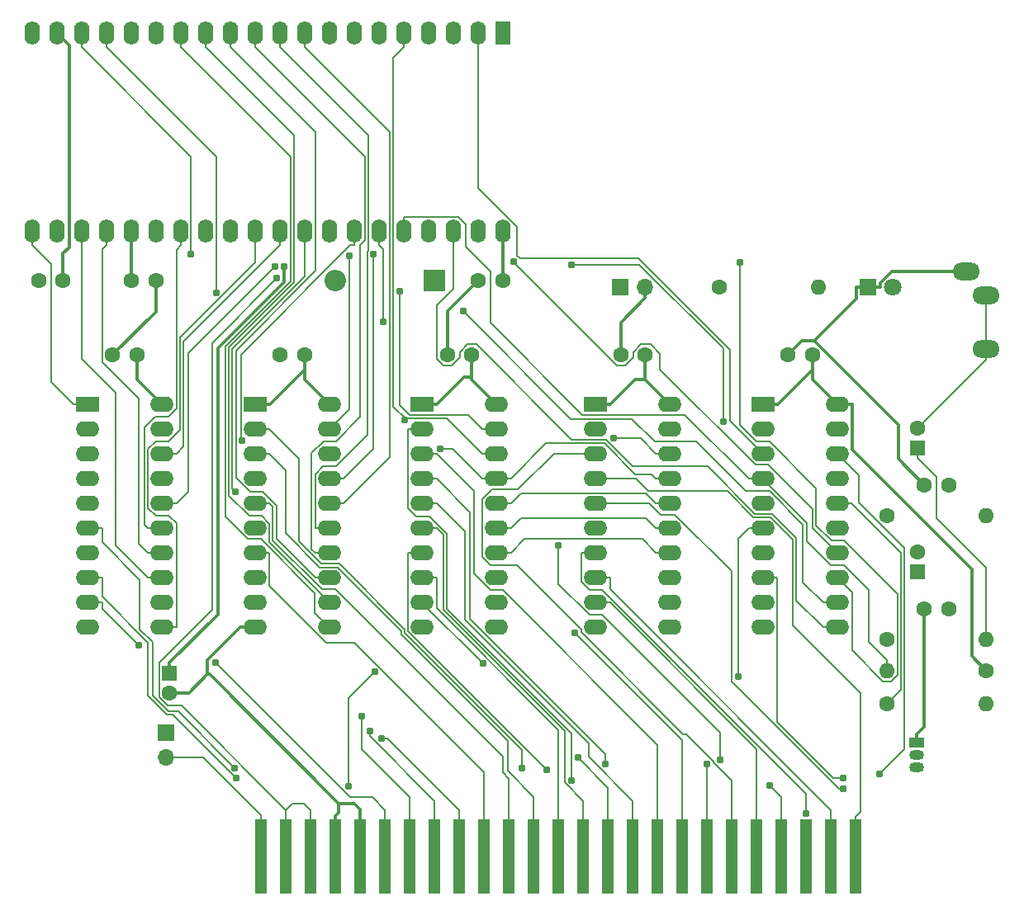
<source format=gbr>
%TF.GenerationSoftware,KiCad,Pcbnew,7.0.7*%
%TF.CreationDate,2023-10-27T21:04:05-07:00*%
%TF.ProjectId,WonrderTANG,576f6e72-6465-4725-9441-4e472e6b6963,rev?*%
%TF.SameCoordinates,Original*%
%TF.FileFunction,Copper,L2,Bot*%
%TF.FilePolarity,Positive*%
%FSLAX46Y46*%
G04 Gerber Fmt 4.6, Leading zero omitted, Abs format (unit mm)*
G04 Created by KiCad (PCBNEW 7.0.7) date 2023-10-27 21:04:05*
%MOMM*%
%LPD*%
G01*
G04 APERTURE LIST*
%TA.AperFunction,ComponentPad*%
%ADD10O,1.600000X1.600000*%
%TD*%
%TA.AperFunction,ComponentPad*%
%ADD11C,1.600000*%
%TD*%
%TA.AperFunction,ComponentPad*%
%ADD12R,1.600000X1.600000*%
%TD*%
%TA.AperFunction,ComponentPad*%
%ADD13R,2.200000X2.200000*%
%TD*%
%TA.AperFunction,ComponentPad*%
%ADD14O,2.200000X2.200000*%
%TD*%
%TA.AperFunction,ComponentPad*%
%ADD15R,2.400000X1.600000*%
%TD*%
%TA.AperFunction,ComponentPad*%
%ADD16O,2.400000X1.600000*%
%TD*%
%TA.AperFunction,ComponentPad*%
%ADD17R,1.700000X1.700000*%
%TD*%
%TA.AperFunction,ComponentPad*%
%ADD18O,1.700000X1.700000*%
%TD*%
%TA.AperFunction,ComponentPad*%
%ADD19O,2.800000X1.800000*%
%TD*%
%TA.AperFunction,SMDPad,CuDef*%
%ADD20R,1.270000X7.620000*%
%TD*%
%TA.AperFunction,ComponentPad*%
%ADD21O,1.600000X2.400000*%
%TD*%
%TA.AperFunction,ComponentPad*%
%ADD22R,1.600000X2.400000*%
%TD*%
%TA.AperFunction,ComponentPad*%
%ADD23R,1.800000X1.800000*%
%TD*%
%TA.AperFunction,ComponentPad*%
%ADD24C,1.800000*%
%TD*%
%TA.AperFunction,ComponentPad*%
%ADD25O,1.500000X1.050000*%
%TD*%
%TA.AperFunction,ComponentPad*%
%ADD26R,1.500000X1.050000*%
%TD*%
%TA.AperFunction,ViaPad*%
%ADD27C,0.787400*%
%TD*%
%TA.AperFunction,Conductor*%
%ADD28C,0.203200*%
%TD*%
%TA.AperFunction,Conductor*%
%ADD29C,0.304800*%
%TD*%
G04 APERTURE END LIST*
D10*
%TO.P,R5,2*%
%TO.N,Net-(Q1-B)*%
X155575000Y-124079000D03*
D11*
%TO.P,R5,1*%
%TO.N,/WAIT_SW*%
X145415000Y-124079000D03*
%TD*%
%TO.P,C13,2*%
%TO.N,GND*%
X71882000Y-122964900D03*
D12*
%TO.P,C13,1*%
%TO.N,+5V*%
X71882000Y-120964900D03*
%TD*%
D11*
%TO.P,C6,1*%
%TO.N,+3.3V*%
X85725000Y-88265000D03*
%TO.P,C6,2*%
%TO.N,GND*%
X83225000Y-88265000D03*
%TD*%
D13*
%TO.P,D2,1,K*%
%TO.N,+5V*%
X99060000Y-80645000D03*
D14*
%TO.P,D2,2,A*%
%TO.N,Net-(CON1-5V@1)*%
X88900000Y-80645000D03*
%TD*%
D11*
%TO.P,C8,1*%
%TO.N,+3.3V*%
X60960000Y-80645000D03*
%TO.P,C8,2*%
%TO.N,GND*%
X58460000Y-80645000D03*
%TD*%
%TO.P,C11,1*%
%TO.N,+3.3V*%
X68540000Y-88265000D03*
%TO.P,C11,2*%
%TO.N,GND*%
X66040000Y-88265000D03*
%TD*%
%TO.P,C5,1*%
%TO.N,+3.3V*%
X67945000Y-80645000D03*
%TO.P,C5,2*%
%TO.N,GND*%
X70445000Y-80645000D03*
%TD*%
D12*
%TO.P,C3,1*%
%TO.N,Net-(C3-Pad1)*%
X148590000Y-97790000D03*
D11*
%TO.P,C3,2*%
%TO.N,/AUDIO*%
X148590000Y-95790000D03*
%TD*%
D12*
%TO.P,C1,1*%
%TO.N,Net-(C1-Pad1)*%
X148590000Y-110490000D03*
D11*
%TO.P,C1,2*%
%TO.N,/AUDIO*%
X148590000Y-108490000D03*
%TD*%
D15*
%TO.P,U1,1,A->B*%
%TO.N,+3.3V*%
X80645000Y-93345000D03*
D16*
%TO.P,U1,2,A0*%
%TO.N,A0*%
X80645000Y-95885000D03*
%TO.P,U1,3,A1*%
%TO.N,A1*%
X80645000Y-98425000D03*
%TO.P,U1,4,A2*%
%TO.N,A2*%
X80645000Y-100965000D03*
%TO.P,U1,5,A3*%
%TO.N,A3*%
X80645000Y-103505000D03*
%TO.P,U1,6,A4*%
%TO.N,A4*%
X80645000Y-106045000D03*
%TO.P,U1,7,A5*%
%TO.N,A5*%
X80645000Y-108585000D03*
%TO.P,U1,8,A6*%
%TO.N,A6*%
X80645000Y-111125000D03*
%TO.P,U1,9,A7*%
%TO.N,A7*%
X80645000Y-113665000D03*
%TO.P,U1,10,GND*%
%TO.N,GND*%
X80645000Y-116205000D03*
%TO.P,U1,11,B7*%
%TO.N,MP7_33*%
X88265000Y-116205000D03*
%TO.P,U1,12,B6*%
%TO.N,MP6_33*%
X88265000Y-113665000D03*
%TO.P,U1,13,B5*%
%TO.N,MP5_33*%
X88265000Y-111125000D03*
%TO.P,U1,14,B4*%
%TO.N,MP4_33*%
X88265000Y-108585000D03*
%TO.P,U1,15,B3*%
%TO.N,MP3_33*%
X88265000Y-106045000D03*
%TO.P,U1,16,B2*%
%TO.N,MP2_33*%
X88265000Y-103505000D03*
%TO.P,U1,17,B1*%
%TO.N,MP1_33*%
X88265000Y-100965000D03*
%TO.P,U1,18,B0*%
%TO.N,MP0_33*%
X88265000Y-98425000D03*
%TO.P,U1,19,CE*%
%TO.N,MSEL0_33*%
X88265000Y-95885000D03*
%TO.P,U1,20,VCC*%
%TO.N,+3.3V*%
X88265000Y-93345000D03*
%TD*%
D17*
%TO.P,J3,1,Pin_1*%
%TO.N,/AUDIO*%
X71501000Y-126995000D03*
D18*
%TO.P,J3,2,Pin_2*%
%TO.N,SOUNDIN*%
X71501000Y-129535000D03*
%TD*%
D11*
%TO.P,R1,1*%
%TO.N,LED*%
X128270000Y-81280000D03*
D10*
%TO.P,R1,2*%
%TO.N,Net-(D1-A)*%
X138430000Y-81280000D03*
%TD*%
D19*
%TO.P,J2,R*%
%TO.N,/AUDIO*%
X155575000Y-87630000D03*
%TO.P,J2,S*%
%TO.N,GND*%
X153575000Y-79730000D03*
%TO.P,J2,T*%
%TO.N,/AUDIO*%
X155575000Y-82130000D03*
%TD*%
D20*
%TO.P,CON1,1,~{CS1}*%
%TO.N,CS1*%
X142240000Y-139700000D03*
%TO.P,CON1,3,~{CS12}*%
%TO.N,CS12*%
X139700000Y-139700000D03*
%TO.P,CON1,5,RSV@1*%
%TO.N,unconnected-(CON1-RSV@1-Pad5)*%
X137160000Y-139700000D03*
%TO.P,CON1,7,/WAIT*%
%TO.N,WAIT*%
X134620000Y-139700000D03*
%TO.P,CON1,9,M1*%
%TO.N,M1*%
X132080000Y-139700000D03*
%TO.P,CON1,11,~{IORQ}*%
%TO.N,IORQ*%
X129540000Y-139700000D03*
%TO.P,CON1,13,~{WR}*%
%TO.N,WR*%
X127000000Y-139700000D03*
%TO.P,CON1,15,~{RESET}*%
%TO.N,RESET*%
X124460000Y-139700000D03*
%TO.P,CON1,17,A9*%
%TO.N,A9*%
X121920000Y-139700000D03*
%TO.P,CON1,19,A11*%
%TO.N,A11*%
X119380000Y-139700000D03*
%TO.P,CON1,21,A7*%
%TO.N,A7*%
X116840000Y-139700000D03*
%TO.P,CON1,23,A12*%
%TO.N,A12*%
X114300000Y-139700000D03*
%TO.P,CON1,25,A14*%
%TO.N,A14*%
X111760000Y-139700000D03*
%TO.P,CON1,27,A1*%
%TO.N,A1*%
X109220000Y-139700000D03*
%TO.P,CON1,29,A3*%
%TO.N,A3*%
X106680000Y-139700000D03*
%TO.P,CON1,31,A5*%
%TO.N,A5*%
X104140000Y-139700000D03*
%TO.P,CON1,33,D1*%
%TO.N,D1*%
X101600000Y-139700000D03*
%TO.P,CON1,35,D3*%
%TO.N,D3*%
X99060000Y-139700000D03*
%TO.P,CON1,37,D5*%
%TO.N,D5*%
X96520000Y-139700000D03*
%TO.P,CON1,39,D7*%
%TO.N,D7*%
X93980000Y-139700000D03*
%TO.P,CON1,41,GND@1*%
%TO.N,GND*%
X91440000Y-139700000D03*
%TO.P,CON1,43,GND@2*%
X88900000Y-139700000D03*
%TO.P,CON1,45,5V@1*%
%TO.N,Net-(CON1-5V@1)*%
X86360000Y-139700000D03*
%TO.P,CON1,47,5V@2*%
X83820000Y-139700000D03*
%TO.P,CON1,49,SOUNDIN*%
%TO.N,SOUNDIN*%
X81280000Y-139700000D03*
%TD*%
D11*
%TO.P,R2,1*%
%TO.N,SOUND_33*%
X145415000Y-104775000D03*
D10*
%TO.P,R2,2*%
%TO.N,Net-(C1-Pad1)*%
X155575000Y-104775000D03*
%TD*%
D15*
%TO.P,U6,1,A->B*%
%TO.N,+3.3V*%
X115570000Y-93345000D03*
D16*
%TO.P,U6,2,A0*%
%TO.N,MERQ*%
X115570000Y-95885000D03*
%TO.P,U6,3,A1*%
%TO.N,IORQ*%
X115570000Y-98425000D03*
%TO.P,U6,4,A2*%
%TO.N,CS1*%
X115570000Y-100965000D03*
%TO.P,U6,5,A3*%
%TO.N,CS2*%
X115570000Y-103505000D03*
%TO.P,U6,6,A4*%
%TO.N,RESET*%
X115570000Y-106045000D03*
%TO.P,U6,7,A5*%
%TO.N,RFSH*%
X115570000Y-108585000D03*
%TO.P,U6,8,A6*%
%TO.N,CS12*%
X115570000Y-111125000D03*
%TO.P,U6,9,A7*%
%TO.N,M1*%
X115570000Y-113665000D03*
%TO.P,U6,10,GND*%
%TO.N,GND*%
X115570000Y-116205000D03*
%TO.P,U6,11,B7*%
%TO.N,MP7_33*%
X123190000Y-116205000D03*
%TO.P,U6,12,B6*%
%TO.N,MP6_33*%
X123190000Y-113665000D03*
%TO.P,U6,13,B5*%
%TO.N,MP5_33*%
X123190000Y-111125000D03*
%TO.P,U6,14,B4*%
%TO.N,MP4_33*%
X123190000Y-108585000D03*
%TO.P,U6,15,B3*%
%TO.N,MP3_33*%
X123190000Y-106045000D03*
%TO.P,U6,16,B2*%
%TO.N,MP2_33*%
X123190000Y-103505000D03*
%TO.P,U6,17,B1*%
%TO.N,MP1_33*%
X123190000Y-100965000D03*
%TO.P,U6,18,B0*%
%TO.N,MP0_33*%
X123190000Y-98425000D03*
%TO.P,U6,19,CE*%
%TO.N,MSEL2_33*%
X123190000Y-95885000D03*
%TO.P,U6,20,VCC*%
%TO.N,+3.3V*%
X123190000Y-93345000D03*
%TD*%
D11*
%TO.P,R4,1*%
%TO.N,+3.3V*%
X155575000Y-120650000D03*
D10*
%TO.P,R4,2*%
%TO.N,WAIT_33*%
X145415000Y-120650000D03*
%TD*%
D11*
%TO.P,C2,1*%
%TO.N,Net-(C1-Pad1)*%
X151765000Y-101600000D03*
%TO.P,C2,2*%
%TO.N,GND*%
X149265000Y-101600000D03*
%TD*%
D15*
%TO.P,U2,1,A->B*%
%TO.N,+3.3V*%
X132715000Y-93345000D03*
D16*
%TO.P,U2,2,A0*%
%TO.N,INT_33*%
X132715000Y-95885000D03*
%TO.P,U2,3,A1*%
%TO.N,BUSDIR_33*%
X132715000Y-98425000D03*
%TO.P,U2,4,A2*%
%TO.N,WAIT_33*%
X132715000Y-100965000D03*
%TO.P,U2,5,A3*%
%TO.N,unconnected-(U2-A3-Pad5)*%
X132715000Y-103505000D03*
%TO.P,U2,6,A4*%
%TO.N,RD*%
X132715000Y-106045000D03*
%TO.P,U2,7,A5*%
%TO.N,WR*%
X132715000Y-108585000D03*
%TO.P,U2,8,A6*%
%TO.N,SLTSL*%
X132715000Y-111125000D03*
%TO.P,U2,9,A7*%
%TO.N,CLOCK*%
X132715000Y-113665000D03*
%TO.P,U2,10,GND*%
%TO.N,GND*%
X132715000Y-116205000D03*
%TO.P,U2,11,B7*%
%TO.N,CLOCK_33*%
X140335000Y-116205000D03*
%TO.P,U2,12,B6*%
%TO.N,SLTSL_33*%
X140335000Y-113665000D03*
%TO.P,U2,13,B5*%
%TO.N,WR_33*%
X140335000Y-111125000D03*
%TO.P,U2,14,B4*%
%TO.N,RD_33*%
X140335000Y-108585000D03*
%TO.P,U2,15,B3*%
%TO.N,unconnected-(U2-B3-Pad15)*%
X140335000Y-106045000D03*
%TO.P,U2,16,B2*%
%TO.N,/WAIT_SW*%
X140335000Y-103505000D03*
%TO.P,U2,17,B1*%
%TO.N,BUSDIR*%
X140335000Y-100965000D03*
%TO.P,U2,18,B0*%
%TO.N,INT*%
X140335000Y-98425000D03*
%TO.P,U2,19,CE*%
%TO.N,GND*%
X140335000Y-95885000D03*
%TO.P,U2,20,VCC*%
%TO.N,+3.3V*%
X140335000Y-93345000D03*
%TD*%
D21*
%TO.P,U5,40,5V*%
%TO.N,+5V*%
X106045000Y-75565000D03*
%TO.P,U5,39,GND*%
%TO.N,GND*%
X103505000Y-75565000D03*
%TO.P,U5,38,76_IOT30B*%
%TO.N,CLOCK_33*%
X100965000Y-75565000D03*
%TO.P,U5,37,80_IOT27A*%
%TO.N,unconnected-(U5-80_IOT27A-Pad37)*%
X98425000Y-75565000D03*
%TO.P,U5,36,42_IOB42B*%
%TO.N,WAIT_33*%
X95885000Y-75565000D03*
%TO.P,U5,35,41_IOB43A*%
%TO.N,AUDIO_33*%
X93345000Y-75565000D03*
%TO.P,U5,34,56_IOR36A*%
%TO.N,D1_33*%
X90805000Y-75565000D03*
%TO.P,U5,33,54_IOR38A*%
%TO.N,D2_33*%
X88265000Y-75565000D03*
%TO.P,U5,32,51_IOR45A*%
%TO.N,D6_33*%
X85725000Y-75565000D03*
%TO.P,U5,31,48_IOR49B*%
%TO.N,D0_33*%
X83185000Y-75565000D03*
%TO.P,U5,30,55_IOR36B*%
%TO.N,D7_33*%
X80645000Y-75565000D03*
%TO.P,U5,29,49_IOR49A*%
%TO.N,SOUND_33*%
X78105000Y-75565000D03*
%TO.P,U5,28,86_IOT4A*%
%TO.N,LED*%
X75565000Y-75565000D03*
%TO.P,U5,27,79_IOT27B*%
%TO.N,D3_33*%
X73025000Y-75565000D03*
%TO.P,U5,26,GND*%
%TO.N,GND*%
X70485000Y-75565000D03*
%TO.P,U5,25,3V3*%
%TO.N,+3.3V*%
X67945000Y-75565000D03*
%TO.P,U5,24,72_IOT40B*%
%TO.N,D4_33*%
X65405000Y-75565000D03*
%TO.P,U5,23,71_IOT44A*%
%TO.N,D5_33*%
X62865000Y-75565000D03*
%TO.P,U5,22,53_IOR38B*%
%TO.N,JP*%
X60325000Y-75565000D03*
%TO.P,U5,21,52_IOR39A*%
%TO.N,DATADIR*%
X57785000Y-75565000D03*
%TO.P,U5,20,GND*%
%TO.N,GND*%
X57785000Y-55245000D03*
%TO.P,U5,19,3V3*%
%TO.N,+3.3V*%
X60325000Y-55245000D03*
%TO.P,U5,18,18_IOL49B_LED3*%
%TO.N,SLTSL_33*%
X62865000Y-55245000D03*
%TO.P,U5,17,19_IOL51A_LED4*%
%TO.N,MSEL2_33*%
X65405000Y-55245000D03*
%TO.P,U5,16,20_IOL51B_LED5*%
%TO.N,MSEL1_33*%
X67945000Y-55245000D03*
%TO.P,U5,15,17_IOL49A_LED2*%
%TO.N,MSEL0_33*%
X70485000Y-55245000D03*
%TO.P,U5,14,31_IOB29A*%
%TO.N,MP7_33*%
X73025000Y-55245000D03*
%TO.P,U5,13,30_IOB14B*%
%TO.N,MP6_33*%
X75565000Y-55245000D03*
%TO.P,U5,12,29_IOB14A*%
%TO.N,MP5_33*%
X78105000Y-55245000D03*
%TO.P,U5,11,26_IOB6B*%
%TO.N,MP4_33*%
X80645000Y-55245000D03*
%TO.P,U5,10,25_IOB6A*%
%TO.N,MP3_33*%
X83185000Y-55245000D03*
%TO.P,U5,9,28_IOB8B*%
%TO.N,MP2_33*%
X85725000Y-55245000D03*
%TO.P,U5,8,27_IOB8A*%
%TO.N,MP1_33*%
X88265000Y-55245000D03*
%TO.P,U5,7,16_IOL47B_LED1*%
%TO.N,WR_33*%
X90805000Y-55245000D03*
%TO.P,U5,6,15_IOL47A_LED0*%
%TO.N,RD_33*%
X93345000Y-55245000D03*
%TO.P,U5,5,77_IOT30A*%
%TO.N,MP0_33*%
X95885000Y-55245000D03*
%TO.P,U5,4,85_IOT4B*%
%TO.N,unconnected-(U5-85_IOT4B-Pad4)*%
X98425000Y-55245000D03*
%TO.P,U5,3,75_IOT34A*%
%TO.N,unconnected-(U5-75_IOT34A-Pad3)*%
X100965000Y-55245000D03*
%TO.P,U5,2,74_IOT34B*%
%TO.N,BUSDIR_33*%
X103505000Y-55245000D03*
D22*
%TO.P,U5,1,73_IOT40A*%
%TO.N,INT_33*%
X106045000Y-55245000D03*
%TD*%
D11*
%TO.P,C7,1*%
%TO.N,+3.3V*%
X102870000Y-88265000D03*
%TO.P,C7,2*%
%TO.N,GND*%
X100370000Y-88265000D03*
%TD*%
%TO.P,C10,1*%
%TO.N,+3.3V*%
X120650000Y-88265000D03*
%TO.P,C10,2*%
%TO.N,GND*%
X118150000Y-88265000D03*
%TD*%
%TO.P,C9,1*%
%TO.N,+3.3V*%
X137795000Y-88265000D03*
%TO.P,C9,2*%
%TO.N,GND*%
X135295000Y-88265000D03*
%TD*%
D23*
%TO.P,D1,1,K*%
%TO.N,GND*%
X143510000Y-81280000D03*
D24*
%TO.P,D1,2,A*%
%TO.N,Net-(D1-A)*%
X146050000Y-81280000D03*
%TD*%
D11*
%TO.P,C12,1*%
%TO.N,+5V*%
X106025000Y-80645000D03*
%TO.P,C12,2*%
%TO.N,GND*%
X103525000Y-80645000D03*
%TD*%
D15*
%TO.P,U4,1,A->B*%
%TO.N,DATADIR*%
X63500000Y-93345000D03*
D16*
%TO.P,U4,2,A0*%
%TO.N,D0*%
X63500000Y-95885000D03*
%TO.P,U4,3,A1*%
%TO.N,D1*%
X63500000Y-98425000D03*
%TO.P,U4,4,A2*%
%TO.N,D2*%
X63500000Y-100965000D03*
%TO.P,U4,5,A3*%
%TO.N,D3*%
X63500000Y-103505000D03*
%TO.P,U4,6,A4*%
%TO.N,D4*%
X63500000Y-106045000D03*
%TO.P,U4,7,A5*%
%TO.N,D5*%
X63500000Y-108585000D03*
%TO.P,U4,8,A6*%
%TO.N,D6*%
X63500000Y-111125000D03*
%TO.P,U4,9,A7*%
%TO.N,D7*%
X63500000Y-113665000D03*
%TO.P,U4,10,GND*%
%TO.N,GND*%
X63500000Y-116205000D03*
%TO.P,U4,11,B7*%
%TO.N,D7_33*%
X71120000Y-116205000D03*
%TO.P,U4,12,B6*%
%TO.N,D6_33*%
X71120000Y-113665000D03*
%TO.P,U4,13,B5*%
%TO.N,D5_33*%
X71120000Y-111125000D03*
%TO.P,U4,14,B4*%
%TO.N,D4_33*%
X71120000Y-108585000D03*
%TO.P,U4,15,B3*%
%TO.N,D3_33*%
X71120000Y-106045000D03*
%TO.P,U4,16,B2*%
%TO.N,D2_33*%
X71120000Y-103505000D03*
%TO.P,U4,17,B1*%
%TO.N,D1_33*%
X71120000Y-100965000D03*
%TO.P,U4,18,B0*%
%TO.N,D0_33*%
X71120000Y-98425000D03*
%TO.P,U4,19,CE*%
%TO.N,GND*%
X71120000Y-95885000D03*
%TO.P,U4,20,VCC*%
%TO.N,+3.3V*%
X71120000Y-93345000D03*
%TD*%
D11*
%TO.P,C4,1*%
%TO.N,Net-(C3-Pad1)*%
X151745000Y-114300000D03*
%TO.P,C4,2*%
%TO.N,GND*%
X149245000Y-114300000D03*
%TD*%
D15*
%TO.P,U3,1,A->B*%
%TO.N,+3.3V*%
X97790000Y-93345000D03*
D16*
%TO.P,U3,2,A0*%
%TO.N,A8*%
X97790000Y-95885000D03*
%TO.P,U3,3,A1*%
%TO.N,A9*%
X97790000Y-98425000D03*
%TO.P,U3,4,A2*%
%TO.N,A10*%
X97790000Y-100965000D03*
%TO.P,U3,5,A3*%
%TO.N,A11*%
X97790000Y-103505000D03*
%TO.P,U3,6,A4*%
%TO.N,A12*%
X97790000Y-106045000D03*
%TO.P,U3,7,A5*%
%TO.N,A13*%
X97790000Y-108585000D03*
%TO.P,U3,8,A6*%
%TO.N,A14*%
X97790000Y-111125000D03*
%TO.P,U3,9,A7*%
%TO.N,A15*%
X97790000Y-113665000D03*
%TO.P,U3,10,GND*%
%TO.N,GND*%
X97790000Y-116205000D03*
%TO.P,U3,11,B7*%
%TO.N,MP7_33*%
X105410000Y-116205000D03*
%TO.P,U3,12,B6*%
%TO.N,MP6_33*%
X105410000Y-113665000D03*
%TO.P,U3,13,B5*%
%TO.N,MP5_33*%
X105410000Y-111125000D03*
%TO.P,U3,14,B4*%
%TO.N,MP4_33*%
X105410000Y-108585000D03*
%TO.P,U3,15,B3*%
%TO.N,MP3_33*%
X105410000Y-106045000D03*
%TO.P,U3,16,B2*%
%TO.N,MP2_33*%
X105410000Y-103505000D03*
%TO.P,U3,17,B1*%
%TO.N,MP1_33*%
X105410000Y-100965000D03*
%TO.P,U3,18,B0*%
%TO.N,MP0_33*%
X105410000Y-98425000D03*
%TO.P,U3,19,CE*%
%TO.N,MSEL1_33*%
X105410000Y-95885000D03*
%TO.P,U3,20,VCC*%
%TO.N,+3.3V*%
X105410000Y-93345000D03*
%TD*%
D25*
%TO.P,Q1,3,C*%
%TO.N,WAIT*%
X148463000Y-130556000D03*
%TO.P,Q1,2,B*%
%TO.N,Net-(Q1-B)*%
X148463000Y-129286000D03*
D26*
%TO.P,Q1,1,E*%
%TO.N,GND*%
X148463000Y-128016000D03*
%TD*%
D17*
%TO.P,J1,1,Pin_1*%
%TO.N,JP*%
X118105000Y-81280000D03*
D18*
%TO.P,J1,2,Pin_2*%
%TO.N,GND*%
X120645000Y-81280000D03*
%TD*%
D11*
%TO.P,R3,1*%
%TO.N,AUDIO_33*%
X145415000Y-117475000D03*
D10*
%TO.P,R3,2*%
%TO.N,Net-(C3-Pad1)*%
X155575000Y-117475000D03*
%TD*%
D27*
%TO.N,AUDIO_33*%
X93765100Y-84847500D03*
%TO.N,Net-(CON1-5V@1)*%
X82877700Y-80412000D03*
%TO.N,INT_33*%
X128625500Y-95136500D03*
X113070500Y-79033800D03*
%TO.N,MSEL2_33*%
X76631100Y-81906400D03*
%TO.N,MSEL1_33*%
X95472700Y-81741500D03*
%TO.N,MSEL0_33*%
X90262700Y-78081900D03*
%TO.N,MP0_33*%
X117412100Y-96834800D03*
X95932100Y-94978500D03*
%TO.N,MP1_33*%
X92795500Y-77938100D03*
X99651800Y-97909100D03*
%TO.N,D1_33*%
X79310800Y-97072800D03*
%TO.N,D2_33*%
X82639900Y-79240200D03*
%TO.N,D6_33*%
X78610100Y-102295300D03*
%TO.N,RD_33*%
X107177300Y-78688700D03*
%TO.N,WR_33*%
X130327700Y-78781900D03*
%TO.N,SLTSL_33*%
X74080900Y-77900900D03*
X101960600Y-83807700D03*
%TO.N,INT*%
X144672100Y-131240000D03*
%TO.N,WAIT*%
X133417100Y-132446200D03*
%TO.N,SLTSL*%
X140901700Y-131653500D03*
%TO.N,CS2*%
X140909100Y-132793600D03*
%TO.N,RFSH*%
X137160000Y-135339900D03*
%TO.N,A13*%
X110553800Y-130862100D03*
%TO.N,A8*%
X113105300Y-131939400D03*
%TO.N,A10*%
X116511100Y-130257000D03*
%TO.N,A15*%
X104017900Y-119941100D03*
%TO.N,A7*%
X113758700Y-129607900D03*
%TO.N,D7*%
X68673100Y-118082200D03*
X76568700Y-119799900D03*
%TO.N,D6*%
X78677900Y-131664500D03*
%TO.N,D5*%
X91599400Y-125301700D03*
%TO.N,D4*%
X78571400Y-130639400D03*
%TO.N,D3*%
X92402500Y-126841600D03*
%TO.N,D1*%
X93579900Y-127613100D03*
%TO.N,CLOCK*%
X90238400Y-132505800D03*
X92887500Y-120802400D03*
%TO.N,RESET*%
X113444300Y-116761700D03*
%TO.N,WR*%
X127000000Y-130231200D03*
%TO.N,RD*%
X130138700Y-121237900D03*
%TO.N,MERQ*%
X111752000Y-107826100D03*
X128347900Y-129804200D03*
%TO.N,A0*%
X108036100Y-130636200D03*
%TO.N,+5V*%
X83587800Y-79215200D03*
%TD*%
D28*
%TO.N,/WAIT_SW*%
X146848800Y-122645200D02*
X145415000Y-124079000D01*
X146848800Y-108562900D02*
X146848800Y-122645200D01*
X141790900Y-103505000D02*
X146848800Y-108562900D01*
X140335000Y-103505000D02*
X141790900Y-103505000D01*
%TO.N,/AUDIO*%
X155575000Y-87630000D02*
X155575000Y-88785900D01*
X155575000Y-87630000D02*
X155575000Y-86474100D01*
X155575000Y-82130000D02*
X155575000Y-86474100D01*
X148590000Y-95770900D02*
X148590000Y-95790000D01*
X155575000Y-88785900D02*
X148590000Y-95770900D01*
%TO.N,Net-(C3-Pad1)*%
X155575000Y-110114800D02*
X155575000Y-117475000D01*
X150515000Y-105054800D02*
X155575000Y-110114800D01*
X150515000Y-100770900D02*
X150515000Y-105054800D01*
X148590000Y-98845900D02*
X150515000Y-100770900D01*
X148590000Y-97790000D02*
X148590000Y-98845900D01*
%TO.N,AUDIO_33*%
X93345000Y-75565000D02*
X93345000Y-77020900D01*
X93765100Y-77441000D02*
X93765100Y-84847500D01*
X93345000Y-77020900D02*
X93765100Y-77441000D01*
%TO.N,DATADIR*%
X59710000Y-91010900D02*
X62044100Y-93345000D01*
X59710000Y-78945900D02*
X59710000Y-91010900D01*
X57785000Y-77020900D02*
X59710000Y-78945900D01*
X57785000Y-75565000D02*
X57785000Y-77020900D01*
X63500000Y-93345000D02*
X62044100Y-93345000D01*
%TO.N,Net-(CON1-5V@1)*%
X86360000Y-135013300D02*
X86360000Y-139700000D01*
X85663600Y-134316900D02*
X86360000Y-135013300D01*
X84472400Y-134316900D02*
X85663600Y-134316900D01*
X83820000Y-134969300D02*
X84472400Y-134316900D01*
X83820000Y-139700000D02*
X83820000Y-134969300D01*
X76252800Y-87036900D02*
X82877700Y-80412000D01*
X76252800Y-114419600D02*
X76252800Y-87036900D01*
X70826100Y-119846300D02*
X76252800Y-114419600D01*
X70826100Y-123402200D02*
X70826100Y-119846300D01*
X71702000Y-124278100D02*
X70826100Y-123402200D01*
X73128800Y-124278100D02*
X71702000Y-124278100D01*
X83820000Y-134969300D02*
X73128800Y-124278100D01*
%TO.N,SOUNDIN*%
X81280000Y-135514100D02*
X81280000Y-139700000D01*
X75300900Y-129535000D02*
X81280000Y-135514100D01*
X71501000Y-129535000D02*
X75300900Y-129535000D01*
%TO.N,WAIT_33*%
X124695000Y-94400900D02*
X131259100Y-100965000D01*
X114213800Y-94400900D02*
X124695000Y-94400900D01*
X104775000Y-84962100D02*
X114213800Y-94400900D01*
X104775000Y-79683200D02*
X104775000Y-84962100D01*
X102235000Y-77143200D02*
X104775000Y-79683200D01*
X102235000Y-74910900D02*
X102235000Y-77143200D01*
X101433200Y-74109100D02*
X102235000Y-74910900D01*
X95885000Y-74109100D02*
X101433200Y-74109100D01*
X95885000Y-75565000D02*
X95885000Y-74109100D01*
X132715000Y-100965000D02*
X132536100Y-100965000D01*
X132536100Y-100965000D02*
X131259100Y-100965000D01*
X143525300Y-117704400D02*
X145415000Y-119594100D01*
X143525300Y-112405700D02*
X143525300Y-117704400D01*
X140974600Y-109855000D02*
X143525300Y-112405700D01*
X139682500Y-109855000D02*
X140974600Y-109855000D01*
X137215800Y-107388300D02*
X139682500Y-109855000D01*
X137215800Y-105571700D02*
X137215800Y-107388300D01*
X132609100Y-100965000D02*
X137215800Y-105571700D01*
X132536100Y-100965000D02*
X132609100Y-100965000D01*
X145415000Y-120650000D02*
X145415000Y-119594100D01*
%TO.N,BUSDIR_33*%
X129290600Y-95000600D02*
X132715000Y-98425000D01*
X129290600Y-87774700D02*
X129290600Y-95000600D01*
X119900100Y-78384200D02*
X129290600Y-87774700D01*
X107806500Y-78384200D02*
X119900100Y-78384200D01*
X107518500Y-78096200D02*
X107806500Y-78384200D01*
X107518500Y-75140500D02*
X107518500Y-78096200D01*
X103505000Y-71127000D02*
X107518500Y-75140500D01*
X103505000Y-55245000D02*
X103505000Y-71127000D01*
%TO.N,INT_33*%
X128625500Y-87615200D02*
X128625500Y-95136500D01*
X120044100Y-79033800D02*
X128625500Y-87615200D01*
X113070500Y-79033800D02*
X120044100Y-79033800D01*
%TO.N,MSEL2_33*%
X65405000Y-55245000D02*
X65405000Y-56700900D01*
X76631100Y-67927000D02*
X76631100Y-81906400D01*
X65405000Y-56700900D02*
X76631100Y-67927000D01*
%TO.N,MSEL1_33*%
X105410000Y-95885000D02*
X103954100Y-95885000D01*
X95472700Y-93389500D02*
X95472700Y-81741500D01*
X96484100Y-94400900D02*
X95472700Y-93389500D01*
X102470000Y-94400900D02*
X96484100Y-94400900D01*
X103954100Y-95885000D02*
X102470000Y-94400900D01*
%TO.N,MSEL0_33*%
X90262700Y-93887300D02*
X90262700Y-78081900D01*
X88265000Y-95885000D02*
X90262700Y-93887300D01*
%TO.N,MP0_33*%
X123190000Y-98425000D02*
X121734100Y-98425000D01*
X95885000Y-55245000D02*
X95885000Y-56700900D01*
X105410000Y-98425000D02*
X103954100Y-98425000D01*
X95932100Y-94905900D02*
X95932100Y-94978500D01*
X96043100Y-94794900D02*
X95932100Y-94905900D01*
X100324000Y-94794900D02*
X96043100Y-94794900D01*
X103954100Y-98425000D02*
X100324000Y-94794900D01*
X94809800Y-57776100D02*
X95885000Y-56700900D01*
X94809800Y-93561600D02*
X94809800Y-57776100D01*
X96043100Y-94794900D02*
X94809800Y-93561600D01*
X120143900Y-96834800D02*
X117412100Y-96834800D01*
X121734100Y-98425000D02*
X120143900Y-96834800D01*
%TO.N,MP1_33*%
X105410000Y-100965000D02*
X106865900Y-100965000D01*
X123190000Y-100965000D02*
X121734100Y-100965000D01*
X88265000Y-100965000D02*
X89720900Y-100965000D01*
X105410000Y-100965000D02*
X103954100Y-100965000D01*
X100898200Y-97909100D02*
X99651800Y-97909100D01*
X103954100Y-100965000D02*
X100898200Y-97909100D01*
X92795500Y-97890400D02*
X92795500Y-77938100D01*
X89720900Y-100965000D02*
X92795500Y-97890400D01*
X121296600Y-100527500D02*
X121734100Y-100965000D01*
X119606400Y-100527500D02*
X121296600Y-100527500D01*
X116435400Y-97356500D02*
X119606400Y-100527500D01*
X110474400Y-97356500D02*
X116435400Y-97356500D01*
X106865900Y-100965000D02*
X110474400Y-97356500D01*
%TO.N,MP2_33*%
X123190000Y-103505000D02*
X121734100Y-103505000D01*
X105410000Y-103505000D02*
X106865900Y-103505000D01*
X121732000Y-103505000D02*
X121734100Y-103505000D01*
X120667600Y-102440600D02*
X121732000Y-103505000D01*
X107930300Y-102440600D02*
X120667600Y-102440600D01*
X106865900Y-103505000D02*
X107930300Y-102440600D01*
X88265000Y-103505000D02*
X89720900Y-103505000D01*
X85725000Y-55245000D02*
X85725000Y-56700900D01*
X94426600Y-98799300D02*
X89720900Y-103505000D01*
X94426600Y-65402500D02*
X94426600Y-98799300D01*
X85725000Y-56700900D02*
X94426600Y-65402500D01*
%TO.N,MP3_33*%
X120674700Y-104985600D02*
X121734100Y-106045000D01*
X107925300Y-104985600D02*
X120674700Y-104985600D01*
X106865900Y-106045000D02*
X107925300Y-104985600D01*
X105410000Y-106045000D02*
X106865900Y-106045000D01*
X123190000Y-106045000D02*
X121734100Y-106045000D01*
X86809100Y-100496900D02*
X86809100Y-106045000D01*
X87611000Y-99695000D02*
X86809100Y-100496900D01*
X88945000Y-99695000D02*
X87611000Y-99695000D01*
X92145800Y-96494200D02*
X88945000Y-99695000D01*
X92145800Y-77665500D02*
X92145800Y-96494200D01*
X92258700Y-77552600D02*
X92145800Y-77665500D01*
X92258700Y-65774600D02*
X92258700Y-77552600D01*
X83185000Y-56700900D02*
X92258700Y-65774600D01*
X83185000Y-55245000D02*
X83185000Y-56700900D01*
X88265000Y-106045000D02*
X86809100Y-106045000D01*
%TO.N,MP4_33*%
X105410000Y-108585000D02*
X106865900Y-108585000D01*
X123190000Y-108585000D02*
X121734100Y-108585000D01*
X88265000Y-108585000D02*
X86809100Y-108585000D01*
X80645000Y-55245000D02*
X80645000Y-56700900D01*
X108274400Y-107176500D02*
X106865900Y-108585000D01*
X120325600Y-107176500D02*
X108274400Y-107176500D01*
X121734100Y-108585000D02*
X120325600Y-107176500D01*
X86445600Y-108221500D02*
X86809100Y-108585000D01*
X86445600Y-98346100D02*
X86445600Y-108221500D01*
X87651400Y-97140300D02*
X86445600Y-98346100D01*
X88933900Y-97140300D02*
X87651400Y-97140300D01*
X91429300Y-94644900D02*
X88933900Y-97140300D01*
X91429300Y-76964500D02*
X91429300Y-94644900D01*
X91888500Y-76505300D02*
X91429300Y-76964500D01*
X91888500Y-67944400D02*
X91888500Y-76505300D01*
X80645000Y-56700900D02*
X91888500Y-67944400D01*
%TO.N,MP5_33*%
X78105000Y-55245000D02*
X78105000Y-56700900D01*
X88265000Y-111125000D02*
X86809100Y-111125000D01*
X86825900Y-65421800D02*
X78105000Y-56700900D01*
X86825900Y-79662300D02*
X86825900Y-65421800D01*
X78661100Y-87827100D02*
X86825900Y-79662300D01*
X78661100Y-100875700D02*
X78661100Y-87827100D01*
X80112900Y-102327500D02*
X78661100Y-100875700D01*
X81431200Y-102327500D02*
X80112900Y-102327500D01*
X82817400Y-103713700D02*
X81431200Y-102327500D01*
X82817400Y-107133300D02*
X82817400Y-103713700D01*
X86809100Y-111125000D02*
X82817400Y-107133300D01*
%TO.N,MP6_33*%
X75565000Y-55245000D02*
X75565000Y-56700900D01*
X82101700Y-107501700D02*
X88265000Y-113665000D01*
X82101700Y-105593100D02*
X82101700Y-107501700D01*
X81283600Y-104775000D02*
X82101700Y-105593100D01*
X80014700Y-104775000D02*
X81283600Y-104775000D01*
X77943100Y-102703400D02*
X80014700Y-104775000D01*
X77943100Y-87523200D02*
X77943100Y-102703400D01*
X84623800Y-80842500D02*
X77943100Y-87523200D01*
X84623800Y-65759700D02*
X84623800Y-80842500D01*
X75565000Y-56700900D02*
X84623800Y-65759700D01*
%TO.N,MP7_33*%
X73025000Y-55245000D02*
X73025000Y-56700900D01*
X86779400Y-114719400D02*
X88265000Y-116205000D01*
X86779400Y-112721400D02*
X86779400Y-114719400D01*
X81212900Y-107154900D02*
X86779400Y-112721400D01*
X79847700Y-107154900D02*
X81212900Y-107154900D01*
X77566800Y-104874000D02*
X79847700Y-107154900D01*
X77566800Y-87394000D02*
X77566800Y-104874000D01*
X84266300Y-80694500D02*
X77566800Y-87394000D01*
X84266300Y-67942200D02*
X84266300Y-80694500D01*
X73025000Y-56700900D02*
X84266300Y-67942200D01*
%TO.N,D0_33*%
X83185000Y-75565000D02*
X83185000Y-77020900D01*
X71120000Y-98425000D02*
X72575900Y-98425000D01*
X73307000Y-97693900D02*
X72575900Y-98425000D01*
X73307000Y-86898900D02*
X73307000Y-97693900D01*
X83185000Y-77020900D02*
X73307000Y-86898900D01*
%TO.N,D1_33*%
X90805000Y-75565000D02*
X90805000Y-77020900D01*
X79189100Y-96951100D02*
X79310800Y-97072800D01*
X79189100Y-88219700D02*
X79189100Y-96951100D01*
X90387900Y-77020900D02*
X79189100Y-88219700D01*
X90805000Y-77020900D02*
X90387900Y-77020900D01*
%TO.N,D2_33*%
X73790500Y-88089600D02*
X82639900Y-79240200D01*
X73790500Y-102290400D02*
X73790500Y-88089600D01*
X72575900Y-103505000D02*
X73790500Y-102290400D01*
X71120000Y-103505000D02*
X72575900Y-103505000D01*
%TO.N,D3_33*%
X73025000Y-75565000D02*
X73025000Y-77020900D01*
X71120000Y-106045000D02*
X69664100Y-106045000D01*
X72575900Y-77470000D02*
X73025000Y-77020900D01*
X72575900Y-93784400D02*
X72575900Y-77470000D01*
X71745300Y-94615000D02*
X72575900Y-93784400D01*
X70429300Y-94615000D02*
X71745300Y-94615000D01*
X69305100Y-95739200D02*
X70429300Y-94615000D01*
X69305100Y-105686000D02*
X69305100Y-95739200D01*
X69664100Y-106045000D02*
X69305100Y-105686000D01*
%TO.N,D4_33*%
X68749300Y-107670200D02*
X69664100Y-108585000D01*
X68749300Y-92756800D02*
X68749300Y-107670200D01*
X64978200Y-88985700D02*
X68749300Y-92756800D01*
X64978200Y-77447700D02*
X64978200Y-88985700D01*
X65405000Y-77020900D02*
X64978200Y-77447700D01*
X65405000Y-75565000D02*
X65405000Y-77020900D01*
X71120000Y-108585000D02*
X69664100Y-108585000D01*
%TO.N,D5_33*%
X71120000Y-111125000D02*
X69664100Y-111125000D01*
X62865000Y-88662600D02*
X62865000Y-75565000D01*
X66328400Y-92126000D02*
X62865000Y-88662600D01*
X66328400Y-107789300D02*
X66328400Y-92126000D01*
X69664100Y-111125000D02*
X66328400Y-107789300D01*
%TO.N,D6_33*%
X78303600Y-101988800D02*
X78610100Y-102295300D01*
X78303600Y-87668400D02*
X78303600Y-101988800D01*
X85725000Y-80247000D02*
X78303600Y-87668400D01*
X85725000Y-75565000D02*
X85725000Y-80247000D01*
%TO.N,D7_33*%
X71120000Y-116205000D02*
X72575900Y-116205000D01*
X80645000Y-75565000D02*
X80645000Y-77020900D01*
X72575900Y-105564200D02*
X72575900Y-116205000D01*
X71786700Y-104775000D02*
X72575900Y-105564200D01*
X70473900Y-104775000D02*
X71786700Y-104775000D01*
X69664100Y-103965200D02*
X70473900Y-104775000D01*
X69664100Y-97940800D02*
X69664100Y-103965200D01*
X70449900Y-97155000D02*
X69664100Y-97940800D01*
X71757200Y-97155000D02*
X70449900Y-97155000D01*
X72934900Y-95977300D02*
X71757200Y-97155000D01*
X72934900Y-86521300D02*
X72934900Y-95977300D01*
X80645000Y-78811200D02*
X72934900Y-86521300D01*
X80645000Y-77020900D02*
X80645000Y-78811200D01*
%TO.N,RD_33*%
X107177300Y-78795100D02*
X107177300Y-78688700D01*
X117715200Y-89333000D02*
X107177300Y-78795100D01*
X118584600Y-89333000D02*
X117715200Y-89333000D01*
X119400000Y-88517600D02*
X118584600Y-89333000D01*
X119400000Y-87994300D02*
X119400000Y-88517600D01*
X120209900Y-87184400D02*
X119400000Y-87994300D01*
X121176000Y-87184400D02*
X120209900Y-87184400D01*
X122144500Y-88152900D02*
X121176000Y-87184400D01*
X122144500Y-89758000D02*
X122144500Y-88152900D01*
X131921400Y-99534900D02*
X122144500Y-89758000D01*
X133246400Y-99534900D02*
X131921400Y-99534900D01*
X137811400Y-104099900D02*
X133246400Y-99534900D01*
X137811400Y-106061400D02*
X137811400Y-104099900D01*
X140335000Y-108585000D02*
X137811400Y-106061400D01*
%TO.N,WR_33*%
X141820600Y-112610600D02*
X140335000Y-111125000D01*
X141820600Y-118567700D02*
X141820600Y-112610600D01*
X145013700Y-121760800D02*
X141820600Y-118567700D01*
X145829700Y-121760800D02*
X145013700Y-121760800D01*
X146481600Y-121108900D02*
X145829700Y-121760800D01*
X146481600Y-112787300D02*
X146481600Y-121108900D01*
X141009300Y-107315000D02*
X146481600Y-112787300D01*
X139709100Y-107315000D02*
X141009300Y-107315000D01*
X138168900Y-105774800D02*
X139709100Y-107315000D01*
X138168900Y-101960100D02*
X138168900Y-105774800D01*
X133363800Y-97155000D02*
X138168900Y-101960100D01*
X132021200Y-97155000D02*
X133363800Y-97155000D01*
X130327700Y-95461500D02*
X132021200Y-97155000D01*
X130327700Y-78781900D02*
X130327700Y-95461500D01*
%TO.N,CLOCK_33*%
X136128800Y-113454700D02*
X138879100Y-116205000D01*
X136128800Y-107055600D02*
X136128800Y-113454700D01*
X133634100Y-104560900D02*
X136128800Y-107055600D01*
X131877000Y-104560900D02*
X133634100Y-104560900D01*
X127011100Y-99695000D02*
X131877000Y-104560900D01*
X119317600Y-99695000D02*
X127011100Y-99695000D01*
X116592500Y-96969900D02*
X119317600Y-99695000D01*
X113092700Y-96969900D02*
X116592500Y-96969900D01*
X103321800Y-87199000D02*
X113092700Y-96969900D01*
X102390900Y-87199000D02*
X103321800Y-87199000D01*
X101620000Y-87969900D02*
X102390900Y-87199000D01*
X101620000Y-88515100D02*
X101620000Y-87969900D01*
X100800600Y-89334500D02*
X101620000Y-88515100D01*
X99934900Y-89334500D02*
X100800600Y-89334500D01*
X99262800Y-88662400D02*
X99934900Y-89334500D01*
X99262800Y-83151000D02*
X99262800Y-88662400D01*
X100965000Y-81448800D02*
X99262800Y-83151000D01*
X100965000Y-75565000D02*
X100965000Y-81448800D01*
X140335000Y-116205000D02*
X138879100Y-116205000D01*
%TO.N,SLTSL_33*%
X140335000Y-113665000D02*
X138879100Y-113665000D01*
X62865000Y-55245000D02*
X62865000Y-56700900D01*
X74080900Y-67916800D02*
X74080900Y-77900900D01*
X62865000Y-56700900D02*
X74080900Y-67916800D01*
X112982000Y-94829100D02*
X101960600Y-83807700D01*
X119264200Y-94829100D02*
X112982000Y-94829100D01*
X121590100Y-97155000D02*
X119264200Y-94829100D01*
X125816400Y-97155000D02*
X121590100Y-97155000D01*
X130896400Y-102235000D02*
X125816400Y-97155000D01*
X133373500Y-102235000D02*
X130896400Y-102235000D01*
X136816100Y-105677600D02*
X133373500Y-102235000D01*
X136816100Y-111602000D02*
X136816100Y-105677600D01*
X138879100Y-113665000D02*
X136816100Y-111602000D01*
%TO.N,INT*%
X142539300Y-100629300D02*
X140335000Y-98425000D01*
X142539300Y-103412300D02*
X142539300Y-100629300D01*
X147215900Y-108088900D02*
X142539300Y-103412300D01*
X147215900Y-128696200D02*
X147215900Y-108088900D01*
X144672100Y-131240000D02*
X147215900Y-128696200D01*
%TO.N,WAIT*%
X134620000Y-133649100D02*
X133417100Y-132446200D01*
X134620000Y-139700000D02*
X134620000Y-133649100D01*
%TO.N,SLTSL*%
X132715000Y-111125000D02*
X134170900Y-111125000D01*
X139875100Y-131653500D02*
X140901700Y-131653500D01*
X134170900Y-125949300D02*
X139875100Y-131653500D01*
X134170900Y-111125000D02*
X134170900Y-125949300D01*
%TO.N,CS12*%
X117025900Y-112338400D02*
X117025900Y-111125000D01*
X139700000Y-135012500D02*
X117025900Y-112338400D01*
X139700000Y-139700000D02*
X139700000Y-135012500D01*
X115570000Y-111125000D02*
X117025900Y-111125000D01*
%TO.N,CS2*%
X140478300Y-132793600D02*
X140909100Y-132793600D01*
X129489100Y-121804400D02*
X140478300Y-132793600D01*
X129489100Y-110447700D02*
X129489100Y-121804400D01*
X123690400Y-104649000D02*
X129489100Y-110447700D01*
X122181400Y-104649000D02*
X123690400Y-104649000D01*
X121037400Y-103505000D02*
X122181400Y-104649000D01*
X115570000Y-103505000D02*
X121037400Y-103505000D01*
%TO.N,CS1*%
X142240000Y-139700000D02*
X142240000Y-135634100D01*
X142730900Y-135143200D02*
X142240000Y-135634100D01*
X142730900Y-122977800D02*
X142730900Y-135143200D01*
X135771200Y-116018100D02*
X142730900Y-122977800D01*
X135771200Y-107203600D02*
X135771200Y-116018100D01*
X133486000Y-104918400D02*
X135771200Y-107203600D01*
X131728400Y-104918400D02*
X133486000Y-104918400D01*
X129045000Y-102235000D02*
X131728400Y-104918400D01*
X120967600Y-102235000D02*
X129045000Y-102235000D01*
X119697600Y-100965000D02*
X120967600Y-102235000D01*
X115570000Y-100965000D02*
X119697600Y-100965000D01*
%TO.N,RFSH*%
X115570000Y-108585000D02*
X114114100Y-108585000D01*
X137160000Y-133290300D02*
X137160000Y-135339900D01*
X116230600Y-112360900D02*
X137160000Y-133290300D01*
X114897500Y-112360900D02*
X116230600Y-112360900D01*
X114114100Y-111577500D02*
X114897500Y-112360900D01*
X114114100Y-108585000D02*
X114114100Y-111577500D01*
%TO.N,M1*%
X115570000Y-113665000D02*
X117025900Y-113665000D01*
X132080000Y-128719100D02*
X132080000Y-139700000D01*
X117025900Y-113665000D02*
X132080000Y-128719100D01*
%TO.N,A13*%
X97790000Y-108585000D02*
X96334100Y-108585000D01*
X96334100Y-116642400D02*
X110553800Y-130862100D01*
X96334100Y-108585000D02*
X96334100Y-116642400D01*
%TO.N,A14*%
X97790000Y-111125000D02*
X99245900Y-111125000D01*
X111760000Y-139700000D02*
X111760000Y-135634100D01*
X111760000Y-126764600D02*
X111760000Y-135634100D01*
X99245900Y-114250500D02*
X111760000Y-126764600D01*
X99245900Y-111125000D02*
X99245900Y-114250500D01*
%TO.N,A8*%
X97790000Y-95885000D02*
X96334100Y-95885000D01*
X113105300Y-127098700D02*
X113105300Y-131939400D01*
X100313900Y-114307300D02*
X113105300Y-127098700D01*
X100313900Y-106607400D02*
X100313900Y-114307300D01*
X98533600Y-104827100D02*
X100313900Y-106607400D01*
X97138400Y-104827100D02*
X98533600Y-104827100D01*
X96334100Y-104022800D02*
X97138400Y-104827100D01*
X96334100Y-95885000D02*
X96334100Y-104022800D01*
%TO.N,A12*%
X97790000Y-106045000D02*
X99245900Y-106045000D01*
X114300000Y-134052600D02*
X114300000Y-139700000D01*
X112390300Y-132142900D02*
X114300000Y-134052600D01*
X112390300Y-126889300D02*
X112390300Y-132142900D01*
X99956400Y-114455400D02*
X112390300Y-126889300D01*
X99956400Y-106755500D02*
X99956400Y-114455400D01*
X99245900Y-106045000D02*
X99956400Y-106755500D01*
%TO.N,A10*%
X97790000Y-100965000D02*
X99245900Y-100965000D01*
X116511100Y-129199300D02*
X116511100Y-130257000D01*
X102676200Y-115364400D02*
X116511100Y-129199300D01*
X102676200Y-104395300D02*
X102676200Y-115364400D01*
X99245900Y-100965000D02*
X102676200Y-104395300D01*
%TO.N,A11*%
X119380000Y-134044600D02*
X119380000Y-139700000D01*
X114839400Y-129504000D02*
X119380000Y-134044600D01*
X114839400Y-128105600D02*
X114839400Y-129504000D01*
X102140800Y-115407000D02*
X114839400Y-128105600D01*
X102140800Y-106399900D02*
X102140800Y-115407000D01*
X99245900Y-103505000D02*
X102140800Y-106399900D01*
X97790000Y-103505000D02*
X99245900Y-103505000D01*
%TO.N,A15*%
X97790000Y-113713200D02*
X104017900Y-119941100D01*
X97790000Y-113665000D02*
X97790000Y-113713200D01*
%TO.N,A9*%
X97790000Y-98425000D02*
X99245900Y-98425000D01*
X121920000Y-128275700D02*
X121920000Y-139700000D01*
X106039300Y-112395000D02*
X121920000Y-128275700D01*
X104747500Y-112395000D02*
X106039300Y-112395000D01*
X103072500Y-110720000D02*
X104747500Y-112395000D01*
X103072500Y-102251600D02*
X103072500Y-110720000D01*
X99245900Y-98425000D02*
X103072500Y-102251600D01*
%TO.N,A7*%
X116840000Y-132689200D02*
X113758700Y-129607900D01*
X116840000Y-139700000D02*
X116840000Y-132689200D01*
%TO.N,A5*%
X82100900Y-111938300D02*
X82100900Y-108585000D01*
X87937300Y-117774700D02*
X82100900Y-111938300D01*
X90791400Y-117774700D02*
X87937300Y-117774700D01*
X104140000Y-131123300D02*
X90791400Y-117774700D01*
X104140000Y-139700000D02*
X104140000Y-131123300D01*
X80645000Y-108585000D02*
X82100900Y-108585000D01*
%TO.N,A3*%
X80645000Y-103505000D02*
X82100900Y-103505000D01*
X106680000Y-139700000D02*
X106680000Y-135634100D01*
X82459900Y-103864000D02*
X82100900Y-103505000D01*
X82459900Y-107281700D02*
X82459900Y-103864000D01*
X87494900Y-112316700D02*
X82459900Y-107281700D01*
X88828300Y-112316700D02*
X87494900Y-112316700D01*
X106024600Y-129513000D02*
X88828300Y-112316700D01*
X106024600Y-131111500D02*
X106024600Y-129513000D01*
X106680000Y-131766900D02*
X106024600Y-131111500D01*
X106680000Y-135634100D02*
X106680000Y-131766900D01*
%TO.N,A1*%
X80645000Y-98425000D02*
X82100900Y-98425000D01*
X109220000Y-133623600D02*
X109220000Y-139700000D01*
X106530300Y-130933900D02*
X109220000Y-133623600D01*
X106530300Y-127849800D02*
X106530300Y-130933900D01*
X95619100Y-116938600D02*
X106530300Y-127849800D01*
X95619100Y-116583500D02*
X95619100Y-116938600D01*
X89100700Y-110065100D02*
X95619100Y-116583500D01*
X87277000Y-110065100D02*
X89100700Y-110065100D01*
X83785100Y-106573200D02*
X87277000Y-110065100D01*
X83785100Y-100109200D02*
X83785100Y-106573200D01*
X82100900Y-98425000D02*
X83785100Y-100109200D01*
%TO.N,D7*%
X90404200Y-133635400D02*
X76568700Y-119799900D01*
X92639100Y-133635400D02*
X90404200Y-133635400D01*
X93980000Y-134976300D02*
X92639100Y-133635400D01*
X93980000Y-139700000D02*
X93980000Y-134976300D01*
X63500000Y-113665000D02*
X64955900Y-113665000D01*
X64955900Y-114365000D02*
X68673100Y-118082200D01*
X64955900Y-113665000D02*
X64955900Y-114365000D01*
%TO.N,D6*%
X63500000Y-111125000D02*
X64955900Y-111125000D01*
X72198900Y-125185500D02*
X78677900Y-131664500D01*
X71596100Y-125185500D02*
X72198900Y-125185500D01*
X69659700Y-123249100D02*
X71596100Y-125185500D01*
X69659700Y-117790300D02*
X69659700Y-123249100D01*
X64955900Y-113086500D02*
X69659700Y-117790300D01*
X64955900Y-111125000D02*
X64955900Y-113086500D01*
%TO.N,D5*%
X91599400Y-128705700D02*
X91599400Y-125301700D01*
X96520000Y-133626300D02*
X91599400Y-128705700D01*
X96520000Y-139700000D02*
X96520000Y-133626300D01*
%TO.N,D4*%
X63500000Y-106045000D02*
X64955900Y-106045000D01*
X72760000Y-124828000D02*
X78571400Y-130639400D01*
X71744200Y-124828000D02*
X72760000Y-124828000D01*
X70142700Y-123226500D02*
X71744200Y-124828000D01*
X70142700Y-117762100D02*
X70142700Y-123226500D01*
X68811000Y-116430400D02*
X70142700Y-117762100D01*
X68811000Y-111356000D02*
X68811000Y-116430400D01*
X64955900Y-107500900D02*
X68811000Y-111356000D01*
X64955900Y-106045000D02*
X64955900Y-107500900D01*
%TO.N,D3*%
X99060000Y-134036700D02*
X99060000Y-139700000D01*
X92402500Y-127379200D02*
X99060000Y-134036700D01*
X92402500Y-126841600D02*
X92402500Y-127379200D01*
%TO.N,D1*%
X94230700Y-127613100D02*
X93579900Y-127613100D01*
X101600000Y-134982400D02*
X94230700Y-127613100D01*
X101600000Y-139700000D02*
X101600000Y-134982400D01*
%TO.N,CLOCK*%
X90238400Y-123451500D02*
X92887500Y-120802400D01*
X90238400Y-132505800D02*
X90238400Y-123451500D01*
%TO.N,RESET*%
X124460000Y-127777400D02*
X113444300Y-116761700D01*
X124460000Y-139700000D02*
X124460000Y-127777400D01*
%TO.N,WR*%
X127000000Y-139700000D02*
X127000000Y-130231200D01*
%TO.N,RD*%
X130138700Y-107165400D02*
X131259100Y-106045000D01*
X130138700Y-121237900D02*
X130138700Y-107165400D01*
X132715000Y-106045000D02*
X131259100Y-106045000D01*
%TO.N,IORQ*%
X111271800Y-98425000D02*
X115570000Y-98425000D01*
X107612200Y-102084600D02*
X111271800Y-98425000D01*
X104926100Y-102084600D02*
X107612200Y-102084600D01*
X103933100Y-103077600D02*
X104926100Y-102084600D01*
X103933100Y-109016800D02*
X103933100Y-103077600D01*
X104771300Y-109855000D02*
X103933100Y-109016800D01*
X107456300Y-109855000D02*
X104771300Y-109855000D01*
X114093900Y-116492600D02*
X107456300Y-109855000D01*
X114093900Y-116730300D02*
X114093900Y-116492600D01*
X124543900Y-127180300D02*
X114093900Y-116730300D01*
X124869300Y-127180300D02*
X124543900Y-127180300D01*
X127651100Y-129962100D02*
X124869300Y-127180300D01*
X127651100Y-130049200D02*
X127651100Y-129962100D01*
X129540000Y-131938100D02*
X127651100Y-130049200D01*
X129540000Y-139700000D02*
X129540000Y-131938100D01*
%TO.N,MERQ*%
X128347900Y-127064600D02*
X128347900Y-129804200D01*
X116218300Y-114935000D02*
X128347900Y-127064600D01*
X114916000Y-114935000D02*
X116218300Y-114935000D01*
X111752000Y-111771000D02*
X114916000Y-114935000D01*
X111752000Y-107826100D02*
X111752000Y-111771000D01*
%TO.N,A0*%
X80645000Y-95885000D02*
X82100900Y-95885000D01*
X108036100Y-128849900D02*
X108036100Y-130636200D01*
X95976600Y-116790400D02*
X108036100Y-128849900D01*
X95976600Y-116433200D02*
X95976600Y-116790400D01*
X89247000Y-109703600D02*
X95976600Y-116433200D01*
X87421100Y-109703600D02*
X89247000Y-109703600D01*
X85126300Y-107408800D02*
X87421100Y-109703600D01*
X85126300Y-98910400D02*
X85126300Y-107408800D01*
X82100900Y-95885000D02*
X85126300Y-98910400D01*
D29*
%TO.N,+5V*%
X71882000Y-120964900D02*
X71882000Y-119858200D01*
X83587800Y-80791400D02*
X83587800Y-79215200D01*
X76816900Y-87562300D02*
X83587800Y-80791400D01*
X76816900Y-114923300D02*
X76816900Y-87562300D01*
X71882000Y-119858200D02*
X76816900Y-114923300D01*
%TO.N,GND*%
X149245000Y-126402300D02*
X149245000Y-114300000D01*
X148463000Y-127184300D02*
X149245000Y-126402300D01*
X148463000Y-128016000D02*
X148463000Y-127184300D01*
X88900000Y-139700000D02*
X88900000Y-135583300D01*
X100370000Y-83800000D02*
X103525000Y-80645000D01*
X100370000Y-88265000D02*
X100370000Y-83800000D01*
X80645000Y-116205000D02*
X79138300Y-116205000D01*
X90832500Y-134282800D02*
X89234900Y-134282800D01*
X91440000Y-134890300D02*
X90832500Y-134282800D01*
X91440000Y-139700000D02*
X91440000Y-134890300D01*
X89234900Y-135248400D02*
X88900000Y-135583300D01*
X89234900Y-134282800D02*
X89234900Y-135248400D01*
X75775100Y-119568200D02*
X75775100Y-121021700D01*
X79138300Y-116205000D02*
X75775100Y-119568200D01*
X73831900Y-122964900D02*
X75775100Y-121021700D01*
X71882000Y-122964900D02*
X73831900Y-122964900D01*
X75973800Y-121021700D02*
X89234900Y-134282800D01*
X75775100Y-121021700D02*
X75973800Y-121021700D01*
X145889600Y-79730000D02*
X153575000Y-79730000D01*
X144716700Y-80902900D02*
X145889600Y-79730000D01*
X144716700Y-81280000D02*
X144716700Y-80902900D01*
X143510000Y-81280000D02*
X144716700Y-81280000D01*
X142303300Y-82486700D02*
X142303300Y-81280000D01*
X137967900Y-86822100D02*
X142303300Y-82486700D01*
X136737900Y-86822100D02*
X137967900Y-86822100D01*
X135295000Y-88265000D02*
X136737900Y-86822100D01*
X146560200Y-98895200D02*
X149265000Y-101600000D01*
X146560200Y-95414400D02*
X146560200Y-98895200D01*
X137967900Y-86822100D02*
X146560200Y-95414400D01*
X143510000Y-81280000D02*
X142303300Y-81280000D01*
X118150000Y-84931700D02*
X120645000Y-82436700D01*
X118150000Y-88265000D02*
X118150000Y-84931700D01*
X120645000Y-81280000D02*
X120645000Y-82436700D01*
X70445000Y-83860000D02*
X70445000Y-80645000D01*
X66040000Y-88265000D02*
X70445000Y-83860000D01*
%TO.N,+3.3V*%
X137593600Y-89973100D02*
X134221700Y-93345000D01*
X137795000Y-89973100D02*
X137593600Y-89973100D01*
X132715000Y-93345000D02*
X134221700Y-93345000D01*
X141841700Y-98026700D02*
X141841700Y-93345000D01*
X154114000Y-110299000D02*
X141841700Y-98026700D01*
X154114000Y-119189000D02*
X154114000Y-110299000D01*
X155575000Y-120650000D02*
X154114000Y-119189000D01*
X140335000Y-93345000D02*
X141841700Y-93345000D01*
X119616700Y-90805000D02*
X120650000Y-90805000D01*
X117076700Y-93345000D02*
X119616700Y-90805000D01*
X115570000Y-93345000D02*
X117076700Y-93345000D01*
X85523600Y-89973100D02*
X82151700Y-93345000D01*
X85725000Y-89973100D02*
X85523600Y-89973100D01*
X80645000Y-93345000D02*
X82151700Y-93345000D01*
X102056700Y-90585000D02*
X102870000Y-90585000D01*
X99296700Y-93345000D02*
X102056700Y-90585000D01*
X97790000Y-93345000D02*
X99296700Y-93345000D01*
X137795000Y-90805000D02*
X140335000Y-93345000D01*
X137795000Y-88265000D02*
X137795000Y-90805000D01*
X120650000Y-90805000D02*
X123190000Y-93345000D01*
X120650000Y-88265000D02*
X120650000Y-90805000D01*
X102870000Y-90805000D02*
X105410000Y-93345000D01*
X102870000Y-88265000D02*
X102870000Y-90805000D01*
X85725000Y-90805000D02*
X88265000Y-93345000D01*
X85725000Y-88265000D02*
X85725000Y-90805000D01*
X68540000Y-90765000D02*
X71120000Y-93345000D01*
X68540000Y-88265000D02*
X68540000Y-90765000D01*
%TO.N,+5V*%
X106025000Y-75585000D02*
X106045000Y-75565000D01*
X106025000Y-80645000D02*
X106025000Y-75585000D01*
%TO.N,+3.3V*%
X67945000Y-80645000D02*
X67945000Y-75565000D01*
X61595000Y-56515000D02*
X60325000Y-55245000D01*
X61595000Y-77216000D02*
X61595000Y-56515000D01*
X60960000Y-77851000D02*
X61595000Y-77216000D01*
X60960000Y-80645000D02*
X60960000Y-77851000D01*
%TD*%
M02*

</source>
